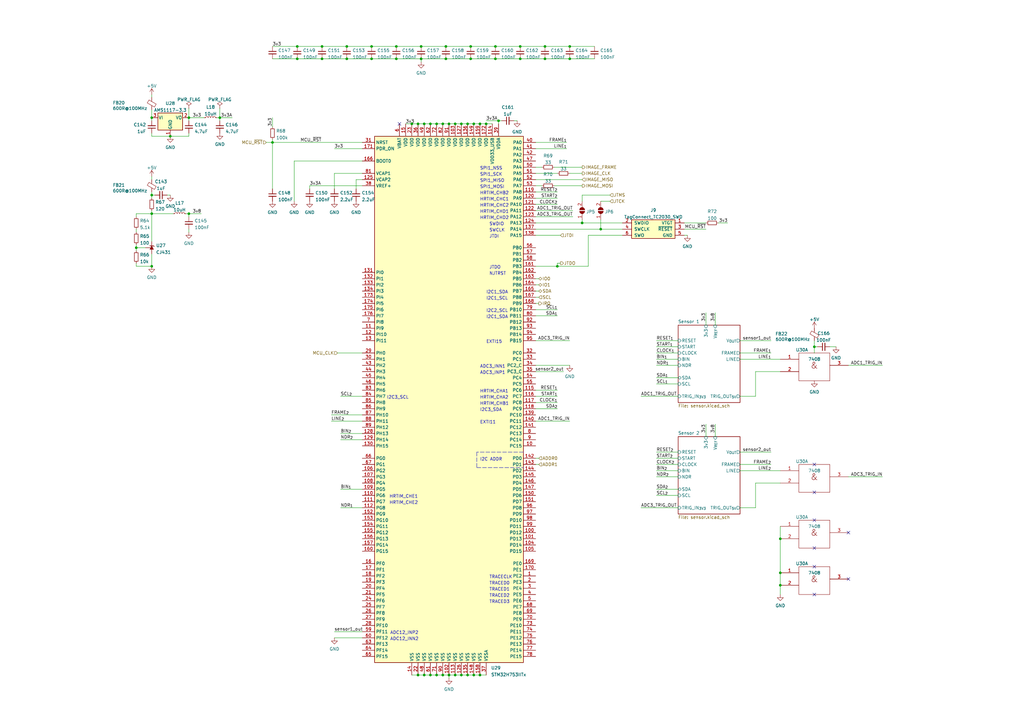
<source format=kicad_sch>
(kicad_sch (version 20211123) (generator eeschema)
  (paper "A3")
  (junction (at 184.15 50.8))
  (junction (at 194.31 276.86))
  (junction (at 203.2 24.13))
  (junction (at 162.56 24.13))
  (junction (at 179.07 276.86))
  (junction (at 162.56 19.05))
  (junction (at 111.76 58.42))
  (junction (at 238.76 91.44))
  (junction (at 176.53 276.86))
  (junction (at 189.23 50.8))
  (junction (at 184.15 276.86))
  (junction (at 320.04 240.03))
  (junction (at 193.04 24.13))
  (junction (at 152.4 24.13))
  (junction (at 199.39 50.8))
  (junction (at 121.92 19.05))
  (junction (at 62.23 109.22))
  (junction (at 191.77 276.86))
  (junction (at 320.04 220.98))
  (junction (at 62.23 80.01))
  (junction (at 182.88 24.13))
  (junction (at 213.36 19.05))
  (junction (at 334.01 142.24))
  (junction (at 176.53 50.8))
  (junction (at 203.2 19.05))
  (junction (at 142.24 24.13))
  (junction (at 171.45 50.8))
  (junction (at 171.45 276.86))
  (junction (at 62.23 87.63))
  (junction (at 132.08 19.05))
  (junction (at 186.69 276.86))
  (junction (at 172.72 19.05))
  (junction (at 69.85 55.88))
  (junction (at 77.47 48.26))
  (junction (at 179.07 50.8))
  (junction (at 55.88 101.6))
  (junction (at 196.85 50.8))
  (junction (at 168.91 50.8))
  (junction (at 172.72 24.13))
  (junction (at 173.99 276.86))
  (junction (at 191.77 50.8))
  (junction (at 223.52 19.05))
  (junction (at 223.52 24.13))
  (junction (at 182.88 19.05))
  (junction (at 173.99 50.8))
  (junction (at 204.47 49.53))
  (junction (at 189.23 276.86))
  (junction (at 186.69 50.8))
  (junction (at 193.04 19.05))
  (junction (at 233.68 19.05))
  (junction (at 213.36 24.13))
  (junction (at 194.31 50.8))
  (junction (at 196.85 276.86))
  (junction (at 246.38 93.98))
  (junction (at 233.68 24.13))
  (junction (at 90.17 48.26))
  (junction (at 181.61 50.8))
  (junction (at 142.24 19.05))
  (junction (at 320.04 234.95))
  (junction (at 132.08 24.13))
  (junction (at 62.23 48.26))
  (junction (at 121.92 24.13))
  (junction (at 228.6 109.22))
  (junction (at 152.4 19.05))
  (junction (at 77.47 87.63))
  (junction (at 181.61 276.86))
  (no_connect (at 334.01 243.84))
  (no_connect (at 334.01 190.5))
  (no_connect (at 334.01 201.93))
  (no_connect (at 334.01 232.41))
  (no_connect (at 347.98 237.49))
  (no_connect (at 334.01 224.79))
  (no_connect (at 334.01 213.36))
  (no_connect (at 347.98 218.44))
  (no_connect (at 163.83 50.8))
  (wire (pts (xy 189.23 276.86) (xy 191.77 276.86)))
  (wire (pts (xy 320.04 234.95) (xy 320.04 240.03)))
  (wire (pts (xy 262.89 162.56) (xy 278.13 162.56)))
  (wire (pts (xy 173.99 276.86) (xy 176.53 276.86)))
  (wire (pts (xy 77.47 55.88) (xy 77.47 54.61)))
  (polyline (pts (xy 195.58 185.42) (xy 195.58 191.77)))
  (wire (pts (xy 199.39 50.8) (xy 201.93 50.8)))
  (wire (pts (xy 186.69 276.86) (xy 189.23 276.86)))
  (wire (pts (xy 137.16 60.96) (xy 148.59 60.96)))
  (wire (pts (xy 219.71 86.36) (xy 234.95 86.36)))
  (wire (pts (xy 55.88 109.22) (xy 55.88 107.95)))
  (wire (pts (xy 182.88 24.13) (xy 193.04 24.13)))
  (wire (pts (xy 111.76 57.15) (xy 111.76 58.42)))
  (wire (pts (xy 181.61 50.8) (xy 184.15 50.8)))
  (wire (pts (xy 219.71 124.46) (xy 220.98 124.46)))
  (wire (pts (xy 309.88 152.4) (xy 320.04 152.4)))
  (wire (pts (xy 62.23 80.01) (xy 62.23 81.28)))
  (wire (pts (xy 184.15 50.8) (xy 186.69 50.8)))
  (wire (pts (xy 250.19 80.01) (xy 238.76 80.01)))
  (wire (pts (xy 309.88 198.12) (xy 320.04 198.12)))
  (wire (pts (xy 269.24 195.58) (xy 278.13 195.58)))
  (wire (pts (xy 181.61 276.86) (xy 184.15 276.86)))
  (wire (pts (xy 162.56 24.13) (xy 172.72 24.13)))
  (wire (pts (xy 269.24 187.96) (xy 278.13 187.96)))
  (wire (pts (xy 186.69 50.8) (xy 189.23 50.8)))
  (wire (pts (xy 166.37 50.8) (xy 168.91 50.8)))
  (wire (pts (xy 303.53 185.42) (xy 316.23 185.42)))
  (wire (pts (xy 55.88 100.33) (xy 55.88 101.6)))
  (wire (pts (xy 191.77 50.8) (xy 194.31 50.8)))
  (wire (pts (xy 213.36 24.13) (xy 223.52 24.13)))
  (wire (pts (xy 62.23 104.14) (xy 62.23 109.22)))
  (wire (pts (xy 269.24 157.48) (xy 278.13 157.48)))
  (wire (pts (xy 281.94 96.52) (xy 280.67 96.52)))
  (wire (pts (xy 120.65 66.04) (xy 120.65 82.55)))
  (wire (pts (xy 62.23 54.61) (xy 62.23 55.88)))
  (wire (pts (xy 77.47 48.26) (xy 83.82 48.26)))
  (wire (pts (xy 219.71 149.86) (xy 233.68 149.86)))
  (wire (pts (xy 82.55 87.63) (xy 77.47 87.63)))
  (wire (pts (xy 219.71 96.52) (xy 229.87 96.52)))
  (wire (pts (xy 172.72 24.13) (xy 182.88 24.13)))
  (wire (pts (xy 229.87 107.95) (xy 228.6 107.95)))
  (wire (pts (xy 255.27 96.52) (xy 241.3 96.52)))
  (wire (pts (xy 184.15 276.86) (xy 184.15 278.13)))
  (wire (pts (xy 62.23 55.88) (xy 69.85 55.88)))
  (wire (pts (xy 62.23 38.862) (xy 62.23 39.878)))
  (wire (pts (xy 303.53 208.28) (xy 309.88 208.28)))
  (wire (pts (xy 193.04 19.05) (xy 203.2 19.05)))
  (polyline (pts (xy 214.63 185.42) (xy 195.58 185.42)))
  (wire (pts (xy 62.23 44.958) (xy 62.23 48.26)))
  (wire (pts (xy 269.24 154.94) (xy 278.13 154.94)))
  (wire (pts (xy 142.24 24.13) (xy 152.4 24.13)))
  (wire (pts (xy 176.53 276.86) (xy 179.07 276.86)))
  (wire (pts (xy 309.88 208.28) (xy 309.88 198.12)))
  (wire (pts (xy 62.23 87.63) (xy 62.23 99.06)))
  (wire (pts (xy 269.24 144.78) (xy 278.13 144.78)))
  (wire (pts (xy 90.17 48.26) (xy 95.25 48.26)))
  (wire (pts (xy 162.56 19.05) (xy 172.72 19.05)))
  (wire (pts (xy 132.08 24.13) (xy 142.24 24.13)))
  (wire (pts (xy 121.92 19.05) (xy 132.08 19.05)))
  (wire (pts (xy 120.65 66.04) (xy 148.59 66.04)))
  (wire (pts (xy 303.53 162.56) (xy 309.88 162.56)))
  (wire (pts (xy 182.88 19.05) (xy 193.04 19.05)))
  (wire (pts (xy 111.76 77.47) (xy 111.76 58.42)))
  (wire (pts (xy 233.68 19.05) (xy 243.84 19.05)))
  (wire (pts (xy 148.59 76.2) (xy 127 76.2)))
  (wire (pts (xy 191.77 276.86) (xy 194.31 276.86)))
  (wire (pts (xy 219.71 116.84) (xy 220.98 116.84)))
  (wire (pts (xy 196.85 50.8) (xy 199.39 50.8)))
  (wire (pts (xy 62.23 86.36) (xy 62.23 87.63)))
  (wire (pts (xy 109.22 58.42) (xy 111.76 58.42)))
  (wire (pts (xy 269.24 142.24) (xy 278.13 142.24)))
  (wire (pts (xy 289.56 128.27) (xy 289.56 133.35)))
  (wire (pts (xy 172.72 24.13) (xy 172.72 25.4)))
  (wire (pts (xy 289.56 173.99) (xy 289.56 179.07)))
  (wire (pts (xy 303.53 147.32) (xy 320.04 147.32)))
  (wire (pts (xy 228.6 165.1) (xy 219.71 165.1)))
  (wire (pts (xy 194.31 50.8) (xy 196.85 50.8)))
  (wire (pts (xy 203.2 24.13) (xy 213.36 24.13)))
  (wire (pts (xy 241.3 96.52) (xy 241.3 109.22)))
  (wire (pts (xy 148.59 73.66) (xy 146.05 73.66)))
  (wire (pts (xy 228.6 81.28) (xy 219.71 81.28)))
  (wire (pts (xy 233.68 24.13) (xy 243.84 24.13)))
  (wire (pts (xy 132.08 19.05) (xy 142.24 19.05)))
  (wire (pts (xy 179.07 276.86) (xy 181.61 276.86)))
  (wire (pts (xy 347.98 149.86) (xy 361.95 149.86)))
  (wire (pts (xy 111.76 24.13) (xy 121.92 24.13)))
  (wire (pts (xy 228.6 109.22) (xy 219.71 109.22)))
  (wire (pts (xy 246.38 90.17) (xy 246.38 93.98)))
  (wire (pts (xy 228.6 129.54) (xy 219.71 129.54)))
  (wire (pts (xy 148.59 170.18) (xy 135.89 170.18)))
  (wire (pts (xy 204.47 50.8) (xy 204.47 49.53)))
  (wire (pts (xy 171.45 276.86) (xy 173.99 276.86)))
  (wire (pts (xy 194.31 276.86) (xy 196.85 276.86)))
  (wire (pts (xy 77.47 93.98) (xy 77.47 95.25)))
  (wire (pts (xy 303.53 144.78) (xy 316.23 144.78)))
  (wire (pts (xy 219.71 114.3) (xy 220.98 114.3)))
  (wire (pts (xy 269.24 200.66) (xy 278.13 200.66)))
  (wire (pts (xy 55.88 93.98) (xy 55.88 95.25)))
  (wire (pts (xy 148.59 172.72) (xy 135.89 172.72)))
  (wire (pts (xy 269.24 185.42) (xy 278.13 185.42)))
  (wire (pts (xy 62.23 87.63) (xy 55.88 87.63)))
  (wire (pts (xy 219.71 76.2) (xy 222.25 76.2)))
  (wire (pts (xy 77.47 48.26) (xy 77.47 49.53)))
  (wire (pts (xy 223.52 24.13) (xy 233.68 24.13)))
  (wire (pts (xy 77.47 87.63) (xy 77.47 88.9)))
  (wire (pts (xy 233.68 71.12) (xy 238.76 71.12)))
  (wire (pts (xy 142.24 19.05) (xy 152.4 19.05)))
  (wire (pts (xy 227.33 76.2) (xy 238.76 76.2)))
  (wire (pts (xy 171.45 50.8) (xy 173.99 50.8)))
  (wire (pts (xy 228.6 127) (xy 219.71 127)))
  (wire (pts (xy 219.71 119.38) (xy 220.98 119.38)))
  (wire (pts (xy 152.4 19.05) (xy 162.56 19.05)))
  (wire (pts (xy 320.04 240.03) (xy 320.04 243.84)))
  (wire (pts (xy 280.67 91.44) (xy 289.56 91.44)))
  (wire (pts (xy 137.16 71.12) (xy 137.16 77.47)))
  (wire (pts (xy 62.23 78.74) (xy 62.23 80.01)))
  (wire (pts (xy 334.01 142.24) (xy 335.28 142.24)))
  (wire (pts (xy 55.88 87.63) (xy 55.88 88.9)))
  (wire (pts (xy 127 76.2) (xy 127 77.47)))
  (wire (pts (xy 246.38 93.98) (xy 255.27 93.98)))
  (wire (pts (xy 90.17 44.45) (xy 90.17 48.26)))
  (wire (pts (xy 179.07 50.8) (xy 181.61 50.8)))
  (wire (pts (xy 334.01 139.7) (xy 334.01 142.24)))
  (wire (pts (xy 137.16 261.62) (xy 148.59 261.62)))
  (wire (pts (xy 320.04 215.9) (xy 320.04 220.98)))
  (wire (pts (xy 238.76 68.58) (xy 227.33 68.58)))
  (wire (pts (xy 347.98 195.58) (xy 361.95 195.58)))
  (wire (pts (xy 219.71 187.96) (xy 220.98 187.96)))
  (wire (pts (xy 172.72 19.05) (xy 182.88 19.05)))
  (wire (pts (xy 238.76 90.17) (xy 238.76 91.44)))
  (wire (pts (xy 55.88 101.6) (xy 59.69 101.6)))
  (wire (pts (xy 219.71 71.12) (xy 228.6 71.12)))
  (wire (pts (xy 212.09 49.53) (xy 210.82 49.53)))
  (wire (pts (xy 219.71 121.92) (xy 220.98 121.92)))
  (wire (pts (xy 262.89 208.28) (xy 278.13 208.28)))
  (wire (pts (xy 139.7 200.66) (xy 148.59 200.66)))
  (wire (pts (xy 219.71 58.42) (xy 232.41 58.42)))
  (wire (pts (xy 340.36 142.24) (xy 342.9 142.24)))
  (wire (pts (xy 303.53 193.04) (xy 320.04 193.04)))
  (wire (pts (xy 55.88 101.6) (xy 55.88 102.87)))
  (wire (pts (xy 69.85 55.88) (xy 77.47 55.88)))
  (wire (pts (xy 152.4 24.13) (xy 162.56 24.13)))
  (wire (pts (xy 62.23 87.63) (xy 71.12 87.63)))
  (wire (pts (xy 238.76 91.44) (xy 255.27 91.44)))
  (polyline (pts (xy 195.58 191.77) (xy 214.63 191.77)))
  (wire (pts (xy 203.2 19.05) (xy 213.36 19.05)))
  (wire (pts (xy 294.64 91.44) (xy 298.45 91.44)))
  (wire (pts (xy 176.53 50.8) (xy 179.07 50.8)))
  (wire (pts (xy 219.71 139.7) (xy 233.68 139.7)))
  (wire (pts (xy 219.71 93.98) (xy 246.38 93.98)))
  (wire (pts (xy 76.2 87.63) (xy 77.47 87.63)))
  (wire (pts (xy 196.85 276.86) (xy 199.39 276.86)))
  (wire (pts (xy 219.71 152.4) (xy 231.14 152.4)))
  (wire (pts (xy 246.38 82.55) (xy 250.19 82.55)))
  (wire (pts (xy 289.56 93.98) (xy 280.67 93.98)))
  (wire (pts (xy 228.6 78.74) (xy 219.71 78.74)))
  (wire (pts (xy 309.88 162.56) (xy 309.88 152.4)))
  (wire (pts (xy 228.6 107.95) (xy 228.6 109.22)))
  (wire (pts (xy 219.71 60.96) (xy 232.41 60.96)))
  (wire (pts (xy 62.23 109.22) (xy 55.88 109.22)))
  (wire (pts (xy 219.71 91.44) (xy 238.76 91.44)))
  (wire (pts (xy 139.7 162.56) (xy 148.59 162.56)))
  (wire (pts (xy 111.76 19.05) (xy 121.92 19.05)))
  (wire (pts (xy 269.24 147.32) (xy 278.13 147.32)))
  (wire (pts (xy 228.6 160.02) (xy 219.71 160.02)))
  (wire (pts (xy 148.59 71.12) (xy 137.16 71.12)))
  (wire (pts (xy 189.23 50.8) (xy 191.77 50.8)))
  (wire (pts (xy 77.47 44.45) (xy 77.47 48.26)))
  (wire (pts (xy 68.58 80.01) (xy 69.85 80.01)))
  (wire (pts (xy 269.24 149.86) (xy 278.13 149.86)))
  (wire (pts (xy 168.91 50.8) (xy 171.45 50.8)))
  (wire (pts (xy 88.9 48.26) (xy 90.17 48.26)))
  (wire (pts (xy 334.01 142.24) (xy 334.01 144.78)))
  (wire (pts (xy 219.71 190.5) (xy 220.98 190.5)))
  (wire (pts (xy 138.43 144.78) (xy 148.59 144.78)))
  (wire (pts (xy 228.6 162.56) (xy 219.71 162.56)))
  (wire (pts (xy 269.24 190.5) (xy 278.13 190.5)))
  (wire (pts (xy 228.6 83.82) (xy 219.71 83.82)))
  (wire (pts (xy 219.71 172.72) (xy 233.68 172.72)))
  (wire (pts (xy 238.76 80.01) (xy 238.76 82.55)))
  (wire (pts (xy 303.53 139.7) (xy 316.23 139.7)))
  (wire (pts (xy 269.24 193.04) (xy 278.13 193.04)))
  (wire (pts (xy 303.53 190.5) (xy 316.23 190.5)))
  (wire (pts (xy 137.16 259.08) (xy 148.59 259.08)))
  (wire (pts (xy 223.52 19.05) (xy 233.68 19.05)))
  (wire (pts (xy 193.04 24.13) (xy 203.2 24.13)))
  (wire (pts (xy 173.99 50.8) (xy 176.53 50.8)))
  (wire (pts (xy 168.91 276.86) (xy 171.45 276.86)))
  (wire (pts (xy 139.7 177.8) (xy 148.59 177.8)))
  (wire (pts (xy 219.71 68.58) (xy 222.25 68.58)))
  (wire (pts (xy 121.92 24.13) (xy 132.08 24.13)))
  (wire (pts (xy 293.37 128.27) (xy 293.37 133.35)))
  (wire (pts (xy 199.39 49.53) (xy 204.47 49.53)))
  (wire (pts (xy 184.15 276.86) (xy 186.69 276.86)))
  (wire (pts (xy 146.05 73.66) (xy 146.05 77.47)))
  (wire (pts (xy 320.04 220.98) (xy 320.04 234.95)))
  (wire (pts (xy 219.71 88.9) (xy 234.95 88.9)))
  (wire (pts (xy 139.7 180.34) (xy 148.59 180.34)))
  (wire (pts (xy 139.7 208.28) (xy 148.59 208.28)))
  (wire (pts (xy 213.36 19.05) (xy 223.52 19.05)))
  (wire (pts (xy 269.24 139.7) (xy 278.13 139.7)))
  (wire (pts (xy 204.47 49.53) (xy 205.74 49.53)))
  (wire (pts (xy 90.17 48.26) (xy 90.17 49.53)))
  (wire (pts (xy 269.24 203.2) (xy 278.13 203.2)))
  (wire (pts (xy 111.76 48.26) (xy 111.76 52.07)))
  (wire (pts (xy 241.3 109.22) (xy 228.6 109.22)))
  (wire (pts (xy 219.71 73.66) (xy 238.76 73.66)))
  (wire (pts (xy 62.23 80.01) (xy 63.5 80.01)))
  (wire (pts (xy 111.76 58.42) (xy 148.59 58.42)))
  (wire (pts (xy 293.37 173.99) (xy 293.37 179.07)))
  (wire (pts (xy 62.23 48.26) (xy 62.23 49.53)))
  (wire (pts (xy 62.23 72.39) (xy 62.23 73.66)))
  (wire (pts (xy 228.6 167.64) (xy 219.71 167.64)))
  (text "NJTRST" (at 200.66 113.03 0) (effects (font (size 1.27 1.27)) (justify left bottom)))
  (text "HRTIM_CHD1" (at 196.85 87.63 0) (effects (font (size 1.27 1.27)) (justify left bottom)))
  (text "HRTIM_CHB1" (at 196.85 166.37 0) (effects (font (size 1.27 1.27)) (justify left bottom)))
  (text "HRTIM_CHC1" (at 196.85 82.55 0) (effects (font (size 1.27 1.27)) (justify left bottom)))
  (text "TRACECLK" (at 200.66 237.49 0) (effects (font (size 1.27 1.27)) (justify left bottom)))
  (text "TRACED2" (at 200.66 245.11 0) (effects (font (size 1.27 1.27)) (justify left bottom)))
  (text "SPI1_NSS" (at 196.85 69.85 0) (effects (font (size 1.27 1.27)) (justify left bottom)))
  (text "HRTIM_CHC2" (at 196.85 85.09 0) (effects (font (size 1.27 1.27)) (justify left bottom)))
  (text "JTDI" (at 200.66 97.79 0) (effects (font (size 1.27 1.27)) (justify left bottom)))
  (text "ADC3_INN1" (at 196.85 151.13 0) (effects (font (size 1.27 1.27)) (justify left bottom)))
  (text "HRTIM_CHD2" (at 196.85 90.17 0) (effects (font (size 1.27 1.27)) (justify left bottom)))
  (text "HRTIM_CHB2" (at 196.85 80.01 0) (effects (font (size 1.27 1.27)) (justify left bottom)))
  (text "TRACED0" (at 200.66 240.03 0) (effects (font (size 1.27 1.27)) (justify left bottom)))
  (text "ADC12_INP2" (at 160.02 260.35 0) (effects (font (size 1.27 1.27)) (justify left bottom)))
  (text "I2C3_SCL" (at 167.64 163.83 180) (effects (font (size 1.27 1.27)) (justify right bottom)))
  (text "EXTI15" (at 199.39 140.97 0) (effects (font (size 1.27 1.27)) (justify left bottom)))
  (text "I2C1_SCL" (at 199.39 123.19 0) (effects (font (size 1.27 1.27)) (justify left bottom)))
  (text "I2C2_SCL" (at 199.39 128.27 0) (effects (font (size 1.27 1.27)) (justify left bottom)))
  (text "TRACED3" (at 200.66 247.65 0) (effects (font (size 1.27 1.27)) (justify left bottom)))
  (text "HRTIM_CHA2" (at 196.85 163.83 0) (effects (font (size 1.27 1.27)) (justify left bottom)))
  (text "JTDO" (at 200.66 110.49 0) (effects (font (size 1.27 1.27)) (justify left bottom)))
  (text "SWDIO" (at 200.66 92.71 0) (effects (font (size 1.27 1.27)) (justify left bottom)))
  (text "SWCLK" (at 200.66 95.25 0) (effects (font (size 1.27 1.27)) (justify left bottom)))
  (text "SPI1_SCK" (at 196.85 72.39 0) (effects (font (size 1.27 1.27)) (justify left bottom)))
  (text "HRTIM_CHA1" (at 196.85 161.29 0) (effects (font (size 1.27 1.27)) (justify left bottom)))
  (text "I2C1_SDA" (at 199.39 120.65 0) (effects (font (size 1.27 1.27)) (justify left bottom)))
  (text "ADC12_INN2" (at 160.02 262.89 0) (effects (font (size 1.27 1.27)) (justify left bottom)))
  (text "ADC3_INP1" (at 196.85 153.67 0) (effects (font (size 1.27 1.27)) (justify left bottom)))
  (text "I2C ADDR" (at 196.85 189.23 0) (effects (font (size 1.27 1.27)) (justify left bottom)))
  (text "I2C3_SDA" (at 196.85 168.91 0) (effects (font (size 1.27 1.27)) (justify left bottom)))
  (text "I2C1_SDA" (at 199.39 130.81 0) (effects (font (size 1.27 1.27)) (justify left bottom)))
  (text "EXTI11" (at 196.85 173.99 0) (effects (font (size 1.27 1.27)) (justify left bottom)))
  (text "SPI1_MOSI" (at 196.85 77.47 0) (effects (font (size 1.27 1.27)) (justify left bottom)))
  (text "TRACED1" (at 200.66 242.57 0) (effects (font (size 1.27 1.27)) (justify left bottom)))
  (text "HRTIM_CHE2" (at 171.45 207.01 180) (effects (font (size 1.27 1.27)) (justify right bottom)))
  (text "HRTIM_CHE1" (at 171.45 204.47 180) (effects (font (size 1.27 1.27)) (justify right bottom)))
  (text "SPI1_MISO" (at 196.85 74.93 0) (effects (font (size 1.27 1.27)) (justify left bottom)))
  (label "START_{2}" (at 228.6 81.28 180))
  (label "BIN_{1}" (at 269.24 147.32 0))
  (label "SDA_{2}" (at 269.24 200.66 0))
  (label "SCL_{2}" (at 139.7 162.56 0))
  (label "FRAME_{1}" (at 232.41 58.42 180))
  (label "3v3" (at 298.45 91.44 180))
  (label "3v3" (at 111.76 19.05 0))
  (label "RESET_{1}" (at 228.6 160.02 180))
  (label "NDR_{2}" (at 269.24 195.58 0))
  (label "ADC1_TRIG_OUT" (at 262.89 162.56 0))
  (label "MCU_~{RST}" (at 289.56 93.98 180))
  (label "sensor1_out" (at 137.16 259.08 0))
  (label "SDA_{2}" (at 228.6 167.64 180))
  (label "FRAME_{2}" (at 316.23 190.5 180))
  (label "CLOCK_{1}" (at 269.24 144.78 0))
  (label "3v3A" (at 127 76.2 0))
  (label "NDR_{1}" (at 269.24 149.86 0))
  (label "3v3" (at 289.56 173.99 270))
  (label "sensor2_out" (at 231.14 152.4 180))
  (label "ADC1_TRIG_OUT" (at 234.95 86.36 180))
  (label "NDR_{2}" (at 139.7 180.34 0))
  (label "LINE_{1}" (at 232.41 60.96 180))
  (label "BIN_{1}" (at 139.7 200.66 0))
  (label "ADC3_TRIG_OUT" (at 234.95 88.9 180))
  (label "3v8" (at 293.37 128.27 270))
  (label "BIN_{2}" (at 269.24 193.04 0))
  (label "SDA_{1}" (at 228.6 129.54 180))
  (label "START_{1}" (at 269.24 142.24 0))
  (label "NDR_{1}" (at 139.7 208.28 0))
  (label "3v3" (at 111.76 48.26 270))
  (label "SCL_{1}" (at 228.6 127 180))
  (label "ADC3_TRIG_OUT" (at 262.89 208.28 0))
  (label "RESET_{2}" (at 228.6 78.74 180))
  (label "sensor1_out" (at 316.23 139.7 180))
  (label "MCU_~{RST}" (at 123.19 58.42 0))
  (label "sensor2_out" (at 316.23 185.42 180))
  (label "3v3A" (at 95.25 48.26 180))
  (label "ADC1_TRIG_IN" (at 361.95 149.86 180))
  (label "BIN_{2}" (at 139.7 177.8 0))
  (label "LINE_{2}" (at 316.23 193.04 180))
  (label "3v8" (at 293.37 173.99 270))
  (label "RESET_{1}" (at 269.24 139.7 0))
  (label "3v8" (at 82.55 87.63 180))
  (label "SDA_{1}" (at 269.24 154.94 0))
  (label "SCL_{1}" (at 269.24 157.48 0))
  (label "FRAME_{1}" (at 316.23 144.78 180))
  (label "LINE_{1}" (at 316.23 147.32 180))
  (label "RESET_{2}" (at 269.24 185.42 0))
  (label "LINE_{2}" (at 135.89 172.72 0))
  (label "START_{2}" (at 269.24 187.96 0))
  (label "3v3" (at 289.56 128.27 270))
  (label "3v3A" (at 199.39 49.53 0))
  (label "3v3" (at 82.55 48.26 180))
  (label "3v3" (at 166.37 50.8 0))
  (label "ADC3_TRIG_IN" (at 361.95 195.58 180))
  (label "FRAME_{2}" (at 135.89 170.18 0))
  (label "CLOCK_{2}" (at 269.24 190.5 0))
  (label "SCL_{2}" (at 269.24 203.2 0))
  (label "ADC3_TRIG_IN" (at 233.68 139.7 180))
  (label "CLOCK_{1}" (at 228.6 165.1 180))
  (label "CLOCK_{2}" (at 228.6 83.82 180))
  (label "START_{1}" (at 228.6 162.56 180))
  (label "3v3" (at 137.16 60.96 0))
  (label "ADC1_TRIG_IN" (at 233.68 172.72 180))
  (hierarchical_label "IMAGE_MOSI" (shape output) (at 238.76 76.2 0))
  (hierarchical_label "IO0" (shape bidirectional) (at 220.98 114.3 0))
  (hierarchical_label "IMAGE_CLK" (shape output) (at 238.76 71.12 0))
  (hierarchical_label "IO1" (shape bidirectional) (at 220.98 116.84 0))
  (hierarchical_label "JTCK" (shape input) (at 250.19 82.55 0))
  (hierarchical_label "IMAGE_MISO" (shape input) (at 238.76 73.66 0))
  (hierarchical_label "MCU_~{RST}" (shape input) (at 109.22 58.42 180))
  (hierarchical_label "ADDR1" (shape input) (at 220.98 190.5 0))
  (hierarchical_label "JTDI" (shape input) (at 229.87 96.52 0))
  (hierarchical_label "JTMS" (shape input) (at 250.19 80.01 0))
  (hierarchical_label "ADDR0" (shape input) (at 220.98 187.96 0))
  (hierarchical_label "SCL" (shape input) (at 220.98 121.92 0))
  (hierarchical_label "IRQ" (shape output) (at 220.98 124.46 0))
  (hierarchical_label "MCU_CLK" (shape input) (at 138.43 144.78 180))
  (hierarchical_label "JTDO" (shape output) (at 229.87 107.95 0))
  (hierarchical_label "SDA" (shape bidirectional) (at 220.98 119.38 0))
  (hierarchical_label "IMAGE_FRAME" (shape output) (at 238.76 68.58 0))
  (symbol (lib_id "power:GND") (at 111.76 82.55 0)
    (property "Reference" "#PWR0293" (effects hide))
    (property "Value" "GND" (at 111.76 87.1125 0))
  )
  (symbol (lib_id "Device:C_Small") (at 208.28 49.53 90)
    (property "Reference" "C161" (at 208.2863 44.0014 90))
    (property "Value" "1uF" (at 208.2863 46.7765 90))
    (property "Footprint" "Capacitor_SMD:C_0402_1005Metric" (effects hide))
    (property "LCSC" "C52923" (effects hide))
  )
  (symbol (lib_id "Device:C_Small") (at 90.17 52.07 0)
    (property "Reference" "C146" (at 92.4941 51.1678 0) (effects (justify left)))
    (property "Value" "4.7uF" (at 92.4941 53.9429 0) (effects (justify left)))
    (property "Footprint" "Capacitor_SMD:C_0402_1005Metric" (effects hide))
    (property "LCSC" "C23733" (effects hide))
  )
  (symbol (lib_id "Device:C_Small") (at 127 80.01 0)
    (property "Reference" "C150" (at 129.3241 79.1078 0) (effects (justify left)))
    (property "Value" "100nF" (at 129.3241 81.8829 0) (effects (justify left)))
    (property "Footprint" "Capacitor_SMD:C_0402_1005Metric" (effects hide))
    (property "LCSC" "C1525" (effects hide))
  )
  (symbol (lib_id "Regulator_Linear:AMS1117-3.3") (at 69.85 48.26 0)
    (property "Reference" "U28" (at 69.85 42.3885 0))
    (property "Value" "AMS1117-3.3" (at 69.85 45.1636 0))
    (property "Footprint" "Package_TO_SOT_SMD:SOT-223-3_TabPin2" (effects hide))
    (property "Datasheet" "http://www.advanced-monolithic.com/pdf/ds1117.pdf" (effects hide))
    (property "LCSC" "C6186" (effects hide))
  )
  (symbol (lib_id "power:+5V") (at 334.01 134.62 0)
    (property "Reference" "#PWR0303" (effects hide))
    (property "Value" "+5V" (at 334.01 131.0155 0))
  )
  (symbol (lib_id "Device:C_Small") (at 172.72 21.59 0)
    (property "Reference" "C157" (at 175.0441 20.6878 0) (effects (justify left)))
    (property "Value" "100nF" (at 175.0441 23.4629 0) (effects (justify left)))
    (property "Footprint" "Capacitor_SMD:C_0402_1005Metric" (effects hide))
    (property "LCSC" "C1525" (effects hide))
  )
  (symbol (lib_id "Device:C_Small") (at 62.23 52.07 0) (mirror x)
    (property "Reference" "C142" (at 59.906 51.1551 0) (effects (justify right)))
    (property "Value" "1uF" (at 59.906 53.9302 0) (effects (justify right)))
    (property "Footprint" "Capacitor_SMD:C_0402_1005Metric" (effects hide))
    (property "LCSC" "C52923" (effects hide))
  )
  (symbol (lib_id "power:GND") (at 334.01 156.21 0)
    (property "Reference" "#PWR0306" (effects hide))
    (property "Value" "GND" (at 334.01 160.7725 0))
  )
  (symbol (lib_id "power:GND") (at 233.68 149.86 0)
    (property "Reference" "#PWR0305" (effects hide))
    (property "Value" "GND" (at 233.68 154.4225 0))
  )
  (symbol (lib_id "Device:FerriteBead_Small") (at 334.01 137.16 180)
    (property "Reference" "FB22" (at 318.008 136.906 0) (effects (justify right)))
    (property "Value" "600R@100MHz" (at 318.008 139.192 0) (effects (justify right)))
    (property "Footprint" "Inductor_SMD:L_0805_2012Metric" (effects hide))
    (property "LCSC" "C1017" (effects hide))
  )
  (symbol (lib_id "power:GND") (at 281.94 96.52 0) (mirror y)
    (property "Reference" "#PWR0304" (effects hide))
    (property "Value" "GND" (at 281.94 101.0825 0))
  )
  (symbol (lib_id "MCU_ST_STM32H7:STM32H753IITx") (at 184.15 162.56 0)
    (property "Reference" "U29" (at 201.4094 273.9295 0) (effects (justify left)))
    (property "Value" "STM32H753IITx" (at 201.4094 276.7046 0) (effects (justify left)))
    (property "Footprint" "Package_QFP:LQFP-176_24x24mm_P0.5mm" (effects hide))
    (property "Datasheet" "http://www.st.com/st-web-ui/static/active/en/resource/technical/document/datasheet/DM00388325.pdf" (effects hide))
  )
  (symbol (lib_id "Device:R_Small") (at 224.79 76.2 90)
    (property "Reference" "R70" (at 224.79 71.4969 90))
    (property "Value" "33" (at 224.79 74.272 90))
    (property "Footprint" "Resistor_SMD:R_0402_1005Metric" (effects hide))
    (property "LCSC" "C25105" (effects hide))
  )
  (symbol (lib_id "Device:C_Small") (at 243.84 21.59 0)
    (property "Reference" "C165" (at 246.1641 20.6878 0) (effects (justify left)))
    (property "Value" "100nF" (at 246.1641 23.4629 0) (effects (justify left)))
    (property "Footprint" "Capacitor_SMD:C_0402_1005Metric" (effects hide))
    (property "LCSC" "C1525" (effects hide))
  )
  (symbol (lib_id "Device:R_Small") (at 292.1 91.44 270) (mirror x)
    (property "Reference" "R72" (at 292.1 86.7369 90))
    (property "Value" "100" (at 292.1 89.512 90))
    (property "Footprint" "Resistor_SMD:R_0402_1005Metric" (effects hide))
    (property "LCSC" "C25076" (effects hide))
  )
  (symbol (lib_id "Connector_TagConnect:TagConnect_TC2030_SWD") (at 267.97 93.98 0) (mirror y)
    (property "Reference" "J9" (at 267.97 86.2035 0))
    (property "Value" "TagConnect_TC2030_SWD" (at 267.97 88.9786 0))
    (property "Footprint" "Connector:Tag-Connect_TC2030-IDC-NL_2x03_P1.27mm_Vertical" (effects hide))
  )
  (symbol (lib_id "power:GND") (at 320.04 243.84 0)
    (property "Reference" "#PWR0308" (effects hide))
    (property "Value" "GND" (at 320.04 248.4025 0))
  )
  (symbol (lib_id "74xx_IEEE:7408") (at 334.01 149.86 0)
    (property "Reference" "U30" (at 328.93 143.51 0))
    (property "Value" "7408" (at 334.01 147.32 0))
    (property "Footprint" "Package_SO:SO-14_3.9x8.65mm_P1.27mm" (effects hide))
    (property "Datasheet" "https://datasheet.lcsc.com/szlcsc/Nexperia-74HC08D-653_C5593.pdf" (effects hide))
    (property "LCSC" "C5593" (effects hide))
  )
  (symbol (lib_id "Device:R_Small") (at 55.88 97.79 0)
    (property "Reference" "R65" (at 57.3786 96.8815 0) (effects (justify left)))
    (property "Value" "100" (at 57.3786 99.6566 0) (effects (justify left)))
    (property "Footprint" "Resistor_SMD:R_0402_1005Metric" (effects hide))
    (property "LCSC" "C25076" (effects hide))
  )
  (symbol (lib_id "Device:R_Small") (at 55.88 105.41 0)
    (property "Reference" "R66" (at 57.3786 104.5015 0) (effects (justify left)))
    (property "Value" "10k" (at 57.3786 107.2766 0) (effects (justify left)))
    (property "Footprint" "Resistor_SMD:R_0402_1005Metric" (effects hide))
    (property "LCSC" "C25744" (effects hide))
  )
  (symbol (lib_id "Device:C_Small") (at 111.76 80.01 0)
    (property "Reference" "C148" (at 114.0841 79.1078 0) (effects (justify left)))
    (property "Value" "100nF" (at 114.0841 81.8829 0) (effects (justify left)))
    (property "Footprint" "Capacitor_SMD:C_0402_1005Metric" (effects hide))
    (property "LCSC" "C1525" (effects hide))
  )
  (symbol (lib_id "Device:FerriteBead_Small") (at 62.23 42.418 180)
    (property "Reference" "FB20" (at 46.228 42.164 0) (effects (justify right)))
    (property "Value" "600R@100MHz" (at 46.228 44.45 0) (effects (justify right)))
    (property "Footprint" "Inductor_SMD:L_0805_2012Metric" (effects hide))
    (property "LCSC" "C1017" (effects hide))
  )
  (symbol (lib_id "Device:C_Small") (at 182.88 21.59 0)
    (property "Reference" "C158" (at 185.2041 20.6878 0) (effects (justify left)))
    (property "Value" "100nF" (at 185.2041 23.4629 0) (effects (justify left)))
    (property "Footprint" "Capacitor_SMD:C_0402_1005Metric" (effects hide))
    (property "LCSC" "C1525" (effects hide))
  )
  (symbol (lib_id "74xx_IEEE:7408") (at 334.01 237.49 0)
    (property "Reference" "U30" (at 328.93 231.14 0))
    (property "Value" "7408" (at 334.01 234.95 0))
    (property "Footprint" "Package_SO:SO-14_3.9x8.65mm_P1.27mm" (effects hide))
    (property "Datasheet" "https://datasheet.lcsc.com/szlcsc/Nexperia-74HC08D-653_C5593.pdf" (effects hide))
    (property "LCSC" "C5593" (effects hide))
  )
  (symbol (lib_id "power:GND") (at 127 82.55 0)
    (property "Reference" "#PWR0291" (effects hide))
    (property "Value" "GND" (at 127 87.1125 0))
  )
  (symbol (lib_id "power:GND") (at 146.05 82.55 0)
    (property "Reference" "#PWR0301" (effects hide))
    (property "Value" "GND" (at 146.05 87.1125 0))
  )
  (symbol (lib_id "power:PWR_FLAG") (at 77.47 44.45 0)
    (property "Reference" "#FLG0112" (effects hide))
    (property "Value" "PWR_FLAG" (at 77.47 40.8455 0))
  )
  (symbol (lib_id "Reference_Voltage:TL431DBZ") (at 62.23 101.6 90)
    (property "Reference" "U27" (at 64.008 100.6915 90) (effects (justify right)))
    (property "Value" "CJ431" (at 64.008 103.4666 90) (effects (justify right)))
    (property "Footprint" "Package_TO_SOT_SMD:SOT-23" (effects hide))
    (property "Datasheet" "https://datasheet.lcsc.com/szlcsc/Changjiang-Electronics-Tech-CJ-CJ431_C3113.pdf" (effects hide))
    (property "LCSC" "C3113" (effects hide))
  )
  (symbol (lib_id "Jumper:SolderJumper_2_Open") (at 238.76 86.36 90)
    (property "Reference" "JP5" (at 240.411 86.839 90) (effects (justify right)))
    (property "Value" "SolderJumper_2_Open" (effects hide))
    (property "Footprint" "Jumper:SolderJumper-2_P1.3mm_Open_RoundedPad1.0x1.5mm" (effects hide))
  )
  (symbol (lib_id "power:GND") (at 77.47 95.25 0)
    (property "Reference" "#PWR0287" (effects hide))
    (property "Value" "GND" (at 77.47 99.8125 0))
  )
  (symbol (lib_id "Device:C_Small") (at 223.52 21.59 0)
    (property "Reference" "C163" (at 225.8441 20.6878 0) (effects (justify left)))
    (property "Value" "100nF" (at 225.8441 23.4629 0) (effects (justify left)))
    (property "Footprint" "Capacitor_SMD:C_0402_1005Metric" (effects hide))
    (property "LCSC" "C1525" (effects hide))
  )
  (symbol (lib_id "Device:R_Small") (at 111.76 54.61 0)
    (property "Reference" "R68" (at 113.2586 53.7015 0) (effects (justify left)))
    (property "Value" "100k" (at 113.2586 56.4766 0) (effects (justify left)))
    (property "Footprint" "Resistor_SMD:R_0402_1005Metric" (effects hide))
    (property "LCSC" "C25741" (effects hide))
  )
  (symbol (lib_id "power:GND") (at 212.09 49.53 0)
    (property "Reference" "#PWR0295" (effects hide))
    (property "Value" "GND" (at 212.09 54.0925 0))
  )
  (symbol (lib_id "Device:R_Small") (at 55.88 91.44 0)
    (property "Reference" "R64" (at 57.3786 90.5315 0) (effects (justify left)))
    (property "Value" "5.1k" (at 57.3786 93.3066 0) (effects (justify left)))
    (property "Footprint" "Resistor_SMD:R_0402_1005Metric" (effects hide))
    (property "LCSC" "C25905" (effects hide))
  )
  (symbol (lib_id "power:PWR_FLAG") (at 90.17 44.45 0)
    (property "Reference" "#FLG0111" (effects hide))
    (property "Value" "PWR_FLAG" (at 90.17 40.8455 0))
  )
  (symbol (lib_id "power:GND") (at 137.16 261.62 0)
    (property "Reference" "#PWR0300" (effects hide))
    (property "Value" "GND" (at 137.16 266.1825 0))
  )
  (symbol (lib_id "Device:C_Small") (at 146.05 80.01 180)
    (property "Reference" "C154" (at 148.3741 79.0951 0) (effects (justify right)))
    (property "Value" "2.2uF" (at 148.3741 81.8702 0) (effects (justify right)))
    (property "Footprint" "Capacitor_SMD:C_0402_1005Metric" (effects hide))
    (property "LCSC" "C444845" (effects hide))
  )
  (symbol (lib_id "Device:L_Small") (at 73.66 87.63 90)
    (property "Reference" "L17" (at 73.66 83.2825 90))
    (property "Value" "10uH" (at 73.66 86.0576 90))
    (property "Footprint" "Inductor_SMD:L_0805_2012Metric" (effects hide))
    (property "LCSC" "C1046" (effects hide))
  )
  (symbol (lib_id "power:+5V") (at 62.23 72.39 0)
    (property "Reference" "#PWR0288" (effects hide))
    (property "Value" "+5V" (at 62.23 68.7855 0))
  )
  (symbol (lib_id "Device:C_Small") (at 121.92 21.59 0)
    (property "Reference" "C149" (at 124.2441 20.6878 0) (effects (justify left)))
    (property "Value" "100nF" (at 124.2441 23.4629 0) (effects (justify left)))
    (property "Footprint" "Capacitor_SMD:C_0402_1005Metric" (effects hide))
    (property "LCSC" "C1525" (effects hide))
  )
  (symbol (lib_id "power:GND") (at 137.16 82.55 0)
    (property "Reference" "#PWR0302" (effects hide))
    (property "Value" "GND" (at 137.16 87.1125 0))
  )
  (symbol (lib_id "Device:C_Small") (at 233.68 21.59 0)
    (property "Reference" "C164" (at 236.0041 20.6878 0) (effects (justify left)))
    (property "Value" "100nF" (at 236.0041 23.4629 0) (effects (justify left)))
    (property "Footprint" "Capacitor_SMD:C_0402_1005Metric" (effects hide))
    (property "LCSC" "C1525" (effects hide))
  )
  (symbol (lib_id "Device:C_Small") (at 137.16 80.01 180)
    (property "Reference" "C152" (at 139.4841 79.0951 0) (effects (justify right)))
    (property "Value" "2.2uF" (at 139.4841 81.8702 0) (effects (justify right)))
    (property "Footprint" "Capacitor_SMD:C_0402_1005Metric" (effects hide))
    (property "LCSC" "C444845" (effects hide))
  )
  (symbol (lib_id "Jumper:SolderJumper_2_Open") (at 246.38 86.36 90)
    (property "Reference" "JP6" (at 248.031 86.839 90) (effects (justify right)))
    (property "Value" "SolderJumper_2_Open" (effects hide))
    (property "Footprint" "Jumper:SolderJumper-2_P1.3mm_Open_RoundedPad1.0x1.5mm" (effects hide))
  )
  (symbol (lib_id "Device:R_Small") (at 231.14 71.12 90)
    (property "Reference" "R71" (at 231.14 66.4169 90))
    (property "Value" "33" (at 231.14 69.192 90))
    (property "Footprint" "Resistor_SMD:R_0402_1005Metric" (effects hide))
    (property "LCSC" "C25105" (effects hide))
  )
  (symbol (lib_id "Device:C_Small") (at 111.76 21.59 0)
    (property "Reference" "C147" (at 114.0841 20.6878 0) (effects (justify left)))
    (property "Value" "100nF" (at 114.0841 23.4629 0) (effects (justify left)))
    (property "Footprint" "Capacitor_SMD:C_0402_1005Metric" (effects hide))
    (property "LCSC" "C1525" (effects hide))
  )
  (symbol (lib_id "power:GND") (at 342.9 142.24 0)
    (property "Reference" "#PWR0307" (effects hide))
    (property "Value" "GND" (at 342.9 146.8025 0))
  )
  (symbol (lib_id "Device:C_Small") (at 142.24 21.59 0)
    (property "Reference" "C153" (at 144.5641 20.6878 0) (effects (justify left)))
    (property "Value" "100nF" (at 144.5641 23.4629 0) (effects (justify left)))
    (property "Footprint" "Capacitor_SMD:C_0402_1005Metric" (effects hide))
    (property "LCSC" "C1525" (effects hide))
  )
  (symbol (lib_id "Device:C_Small") (at 337.82 142.24 90)
    (property "Reference" "C166" (at 337.8263 136.7114 90))
    (property "Value" "100nF" (at 337.8263 139.4865 90))
    (property "Footprint" "Capacitor_SMD:C_0402_1005Metric" (effects hide))
    (property "LCSC" "C1525" (effects hide))
  )
  (symbol (lib_id "Device:C_Small") (at 77.47 91.44 0)
    (property "Reference" "C145" (at 79.7941 90.5378 0) (effects (justify left)))
    (property "Value" "100nF" (at 79.7941 93.3129 0) (effects (justify left)))
    (property "Footprint" "Capacitor_SMD:C_0402_1005Metric" (effects hide))
    (property "LCSC" "C1525" (effects hide))
  )
  (symbol (lib_id "power:GND") (at 69.85 80.01 0)
    (property "Reference" "#PWR0290" (effects hide))
    (property "Value" "GND" (at 69.85 84.5725 0))
  )
  (symbol (lib_id "Device:C_Small") (at 162.56 21.59 0)
    (property "Reference" "C156" (at 164.8841 20.6878 0) (effects (justify left)))
    (property "Value" "100nF" (at 164.8841 23.4629 0) (effects (justify left)))
    (property "Footprint" "Capacitor_SMD:C_0402_1005Metric" (effects hide))
    (property "LCSC" "C1525" (effects hide))
  )
  (symbol (lib_id "Device:C_Small") (at 193.04 21.59 0)
    (property "Reference" "C159" (at 195.3641 20.6878 0) (effects (justify left)))
    (property "Value" "100nF" (at 195.3641 23.4629 0) (effects (justify left)))
    (property "Footprint" "Capacitor_SMD:C_0402_1005Metric" (effects hide))
    (property "LCSC" "C1525" (effects hide))
  )
  (symbol (lib_id "Device:C_Small") (at 66.04 80.01 270) (mirror x)
    (property "Reference" "C143" (at 66.0336 74.4814 90))
    (property "Value" "1uF" (at 66.0336 77.2565 90))
    (property "Footprint" "Capacitor_SMD:C_0402_1005Metric" (effects hide))
    (property "LCSC" "C52923" (effects hide))
  )
  (symbol (lib_id "power:GND") (at 184.15 278.13 0)
    (property "Reference" "#PWR0299" (effects hide))
    (property "Value" "GND" (at 184.15 282.6925 0))
  )
  (symbol (lib_id "Device:FerriteBead_Small") (at 62.23 76.2 180)
    (property "Reference" "FB21" (at 46.228 75.946 0) (effects (justify right)))
    (property "Value" "600R@100MHz" (at 46.228 78.232 0) (effects (justify right)))
    (property "Footprint" "Inductor_SMD:L_0805_2012Metric" (effects hide))
    (property "LCSC" "C1017" (effects hide))
  )
  (symbol (lib_id "Device:C_Small") (at 203.2 21.59 0)
    (property "Reference" "C160" (at 205.5241 20.6878 0) (effects (justify left)))
    (property "Value" "100nF" (at 205.5241 23.4629 0) (effects (justify left)))
    (property "Footprint" "Capacitor_SMD:C_0402_1005Metric" (effects hide))
    (property "LCSC" "C1525" (effects hide))
  )
  (symbol (lib_id "power:GND") (at 172.72 25.4 0)
    (property "Reference" "#PWR0294" (effects hide))
    (property "Value" "GND" (at 172.72 29.9625 0))
  )
  (symbol (lib_id "power:GND") (at 120.65 82.55 0)
    (property "Reference" "#PWR0292" (effects hide))
    (property "Value" "GND" (at 120.65 87.1125 0))
  )
  (symbol (lib_id "74xx_IEEE:7408") (at 334.01 218.44 0)
    (property "Reference" "U30" (at 328.93 212.09 0))
    (property "Value" "7408" (at 334.01 215.9 0))
    (property "Footprint" "Package_SO:SO-14_3.9x8.65mm_P1.27mm" (effects hide))
    (property "Datasheet" "https://datasheet.lcsc.com/szlcsc/Nexperia-74HC08D-653_C5593.pdf" (effects hide))
    (property "LCSC" "C5593" (effects hide))
  )
  (symbol (lib_id "power:GND") (at 69.85 55.88 0)
    (property "Reference" "#PWR0296" (effects hide))
    (property "Value" "GND" (at 69.85 60.4425 0))
  )
  (symbol (lib_id "Device:R_Small") (at 62.23 83.82 180)
    (property "Reference" "R67" (at 63.7286 82.9115 0) (effects (justify right)))
    (property "Value" "120" (at 63.7286 85.6866 0) (effects (justify right)))
    (property "Footprint" "Resistor_SMD:R_0805_2012Metric" (effects hide))
    (property "LCSC" "C17437" (effects hide))
  )
  (symbol (lib_id "Device:C_Small") (at 152.4 21.59 0)
    (property "Reference" "C155" (at 154.7241 20.6878 0) (effects (justify left)))
    (property "Value" "100nF" (at 154.7241 23.4629 0) (effects (justify left)))
    (property "Footprint" "Capacitor_SMD:C_0402_1005Metric" (effects hide))
    (property "LCSC" "C1525" (effects hide))
  )
  (symbol (lib_id "power:GND") (at 90.17 54.61 0)
    (property "Reference" "#PWR0298" (effects hide))
    (property "Value" "GND" (at 90.17 59.1725 0))
  )
  (symbol (lib_id "power:GND") (at 62.23 109.22 0)
    (property "Reference" "#PWR0289" (effects hide))
    (property "Value" "GND" (at 62.23 113.7825 0))
  )
  (symbol (lib_id "Device:C_Small") (at 213.36 21.59 0)
    (property "Reference" "C162" (at 215.6841 20.6878 0) (effects (justify left)))
    (property "Value" "100nF" (at 215.6841 23.4629 0) (effects (justify left)))
    (property "Footprint" "Capacitor_SMD:C_0402_1005Metric" (effects hide))
    (property "LCSC" "C1525" (effects hide))
  )
  (symbol (lib_id "Device:R_Small") (at 224.79 68.58 90)
    (property "Reference" "R69" (at 224.79 63.8769 90))
    (property "Value" "33" (at 224.79 66.652 90))
    (property "Footprint" "Resistor_SMD:R_0402_1005Metric" (effects hide))
    (property "LCSC" "C25105" (effects hide))
  )
  (symbol (lib_id "power:+5V") (at 62.23 38.862 0)
    (property "Reference" "#PWR0297" (effects hide))
    (property "Value" "+5V" (at 62.23 35.2575 0))
  )
  (symbol (lib_id "74xx_IEEE:7408") (at 334.01 195.58 0)
    (property "Reference" "U30" (at 328.93 189.23 0))
    (property "Value" "7408" (at 334.01 193.04 0))
    (property "Footprint" "Package_SO:SO-14_3.9x8.65mm_P1.27mm" (effects hide))
    (property "Datasheet" "https://datasheet.lcsc.com/szlcsc/Nexperia-74HC08D-653_C5593.pdf" (effects hide))
    (property "LCSC" "C5593" (effects hide))
  )
  (symbol (lib_id "Device:C_Small") (at 77.47 52.07 0)
    (property "Reference" "C144" (at 79.7941 51.1678 0) (effects (justify left)))
    (property "Value" "4.7uF" (at 79.7941 53.9429 0) (effects (justify left)))
    (property "Footprint" "Capacitor_SMD:C_0402_1005Metric" (effects hide))
    (property "LCSC" "C23733" (effects hide))
  )
  (symbol (lib_id "Device:C_Small") (at 132.08 21.59 0)
    (property "Reference" "C151" (at 134.4041 20.6878 0) (effects (justify left)))
    (property "Value" "100nF" (at 134.4041 23.4629 0) (effects (justify left)))
    (property "Footprint" "Capacitor_SMD:C_0402_1005Metric" (effects hide))
    (property "LCSC" "C1525" (effects hide))
  )
  (symbol (lib_id "Device:L_Small") (at 86.36 48.26 90)
    (property "Reference" "L18" (at 86.36 43.9125 90))
    (property "Value" "10uH" (at 86.36 46.6876 90))
    (property "Footprint" "Inductor_SMD:L_0805_2012Metric" (effects hide))
    (property "LCSC" "C1046" (effects hide))
  )
  (sheet (at 278.13 133.35) (size 25.4 31.75) (stroke (width 0.1524))
    (property "Sheet name" "Sensor 1" (at 278.13 132.6384 0) (effects (justify left bottom)))
    (property "Sheet file" "sensor.kicad_sch" (at 278.13 165.6846 0) (effects (justify left top)))
    (pin "V_{OUT}" output (at 303.53 139.7 0))
    (pin "3v3" input (at 289.56 133.35 90))
    (pin "SCL" input (at 278.13 157.48 180))
    (pin "SDA" bidirectional (at 278.13 154.94 180))
    (pin "V_{REF}" input (at 293.37 133.35 90))
    (pin "FRAME" output (at 303.53 144.78 0))
    (pin "LINE" output (at 303.53 147.32 0))
    (pin "RESET" input (at 278.13 139.7 180))
    (pin "START" input (at 278.13 142.24 180))
    (pin "CLOCK" input (at 278.13 144.78 180))
    (pin "BIN" input (at 278.13 147.32 180))
    (pin "NDR" input (at 278.13 149.86 180))
    (pin "TRIG_IN_{3V3}" input (at 278.13 162.56 180))
    (pin "TRIG_OUT_{5V}" output (at 303.53 162.56 0))
  )
  (sheet (at 278.13 179.07) (size 25.4 31.75) (stroke (width 0.1524))
    (property "Sheet name" "Sensor 2" (at 278.13 178.3584 0) (effects (justify left bottom)))
    (property "Sheet file" "sensor.kicad_sch" (at 278.13 211.4046 0) (effects (justify left top)))
    (pin "V_{OUT}" output (at 303.53 185.42 0))
    (pin "3v3" input (at 289.56 179.07 90))
    (pin "SCL" input (at 278.13 203.2 180))
    (pin "SDA" bidirectional (at 278.13 200.66 180))
    (pin "V_{REF}" input (at 293.37 179.07 90))
    (pin "FRAME" output (at 303.53 190.5 0))
    (pin "LINE" output (at 303.53 193.04 0))
    (pin "RESET" input (at 278.13 185.42 180))
    (pin "START" input (at 278.13 187.96 180))
    (pin "CLOCK" input (at 278.13 190.5 180))
    (pin "BIN" input (at 278.13 193.04 180))
    (pin "NDR" input (at 278.13 195.58 180))
    (pin "TRIG_IN_{3V3}" input (at 278.13 208.28 180))
    (pin "TRIG_OUT_{5V}" output (at 303.53 208.28 0))
  )
)
</source>
